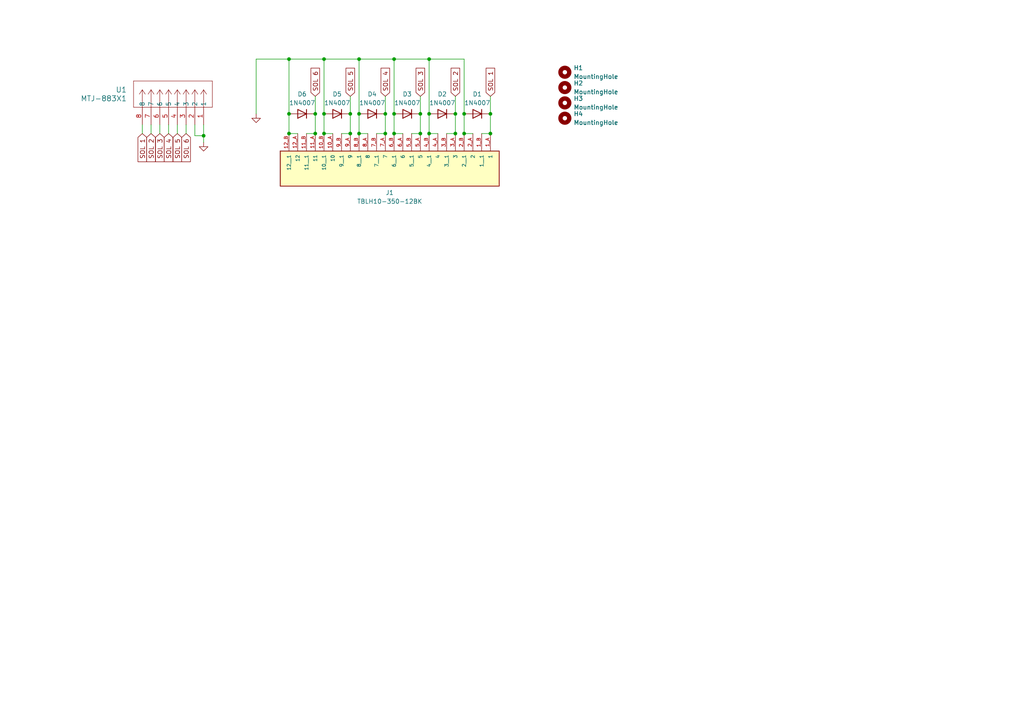
<source format=kicad_sch>
(kicad_sch (version 20230121) (generator eeschema)
  (paper "A4")
  (lib_symbols
    (symbol "Diode:1N4007" (pin_numbers hide) (pin_names hide)
      (property "Reference" "D" (at 0 2.54 0))
      (property "Value" "1N4007" (at 0 -2.54 0))
      (symbol "1N4007_0_1"
        (polyline (pts (xy -1.27 1.27) (xy -1.27 -1.27)) (stroke (width 0.254)))
        (polyline (pts (xy 1.27 0) (xy -1.27 0)))
        (polyline (pts (xy 1.27 1.27) (xy 1.27 -1.27) (xy -1.27 0) (xy 1.27 1.27)) (stroke (width 0.254)))
      )
      (symbol "1N4007_1_1"
        (pin passive line (at -3.81 0 0) (length 2.54) (name "K") (number "1"))
        (pin passive line (at 3.81 0 180) (length 2.54) (name "A") (number "2"))
      )
    )
    (symbol "MTJ_883X1:MTJ-883X1" (pin_names (offset 0.254))
      (property "Reference" "U" (at 8.89 6.35 0))
      (property "Value" "MTJ-883X1" (at 0 0 0))
      (symbol "MTJ-883X1_1_1"
        (polyline (pts (xy 5.08 -20.32) (xy 12.7 -20.32)) (stroke (width 0.127)))
        (polyline (pts (xy 5.08 2.54) (xy 5.08 -20.32)) (stroke (width 0.127)))
        (polyline (pts (xy 10.16 -17.78) (xy 5.08 -17.78)) (stroke (width 0.127)))
        (polyline (pts (xy 10.16 -17.78) (xy 8.89 -18.6267)) (stroke (width 0.127)))
        (polyline (pts (xy 10.16 -17.78) (xy 8.89 -16.9333)) (stroke (width 0.127)))
        (polyline (pts (xy 10.16 -15.24) (xy 5.08 -15.24)) (stroke (width 0.127)))
        (polyline (pts (xy 10.16 -15.24) (xy 8.89 -16.0867)) (stroke (width 0.127)))
        (polyline (pts (xy 10.16 -15.24) (xy 8.89 -14.3933)) (stroke (width 0.127)))
        (polyline (pts (xy 10.16 -12.7) (xy 5.08 -12.7)) (stroke (width 0.127)))
        (polyline (pts (xy 10.16 -12.7) (xy 8.89 -13.5467)) (stroke (width 0.127)))
        (polyline (pts (xy 10.16 -12.7) (xy 8.89 -11.8533)) (stroke (width 0.127)))
        (polyline (pts (xy 10.16 -10.16) (xy 5.08 -10.16)) (stroke (width 0.127)))
        (polyline (pts (xy 10.16 -10.16) (xy 8.89 -11.0067)) (stroke (width 0.127)))
        (polyline (pts (xy 10.16 -10.16) (xy 8.89 -9.3133)) (stroke (width 0.127)))
        (polyline (pts (xy 10.16 -7.62) (xy 5.08 -7.62)) (stroke (width 0.127)))
        (polyline (pts (xy 10.16 -7.62) (xy 8.89 -8.4667)) (stroke (width 0.127)))
        (polyline (pts (xy 10.16 -7.62) (xy 8.89 -6.7733)) (stroke (width 0.127)))
        (polyline (pts (xy 10.16 -5.08) (xy 5.08 -5.08)) (stroke (width 0.127)))
        (polyline (pts (xy 10.16 -5.08) (xy 8.89 -5.9267)) (stroke (width 0.127)))
        (polyline (pts (xy 10.16 -5.08) (xy 8.89 -4.2333)) (stroke (width 0.127)))
        (polyline (pts (xy 10.16 -2.54) (xy 5.08 -2.54)) (stroke (width 0.127)))
        (polyline (pts (xy 10.16 -2.54) (xy 8.89 -3.3867)) (stroke (width 0.127)))
        (polyline (pts (xy 10.16 -2.54) (xy 8.89 -1.6933)) (stroke (width 0.127)))
        (polyline (pts (xy 10.16 0) (xy 5.08 0)) (stroke (width 0.127)))
        (polyline (pts (xy 10.16 0) (xy 8.89 -0.8467)) (stroke (width 0.127)))
        (polyline (pts (xy 10.16 0) (xy 8.89 0.8467)) (stroke (width 0.127)))
        (polyline (pts (xy 12.7 -20.32) (xy 12.7 2.54)) (stroke (width 0.127)))
        (polyline (pts (xy 12.7 2.54) (xy 5.08 2.54)) (stroke (width 0.127)))
        (pin unspecified line (at 0 0 0) (length 5.08) (name "1") (number "1"))
        (pin unspecified line (at 0 -2.54 0) (length 5.08) (name "2") (number "2"))
        (pin unspecified line (at 0 -5.08 0) (length 5.08) (name "3") (number "3"))
        (pin unspecified line (at 0 -7.62 0) (length 5.08) (name "4") (number "4"))
        (pin unspecified line (at 0 -10.16 0) (length 5.08) (name "5") (number "5"))
        (pin unspecified line (at 0 -12.7 0) (length 5.08) (name "6") (number "6"))
        (pin unspecified line (at 0 -15.24 0) (length 5.08) (name "7") (number "7"))
        (pin unspecified line (at 0 -17.78 0) (length 5.08) (name "8") (number "8"))
      )
      (symbol "MTJ-883X1_1_2"
        (polyline (pts (xy 5.08 -20.32) (xy 12.7 -20.32)) (stroke (width 0.127)))
        (polyline (pts (xy 5.08 2.54) (xy 5.08 -20.32)) (stroke (width 0.127)))
        (polyline (pts (xy 7.62 -17.78) (xy 5.08 -17.78)) (stroke (width 0.127)))
        (polyline (pts (xy 7.62 -17.78) (xy 8.89 -18.6267)) (stroke (width 0.127)))
        (polyline (pts (xy 7.62 -17.78) (xy 8.89 -16.9333)) (stroke (width 0.127)))
        (polyline (pts (xy 7.62 -15.24) (xy 5.08 -15.24)) (stroke (width 0.127)))
        (polyline (pts (xy 7.62 -15.24) (xy 8.89 -16.0867)) (stroke (width 0.127)))
        (polyline (pts (xy 7.62 -15.24) (xy 8.89 -14.3933)) (stroke (width 0.127)))
        (polyline (pts (xy 7.62 -12.7) (xy 5.08 -12.7)) (stroke (width 0.127)))
        (polyline (pts (xy 7.62 -12.7) (xy 8.89 -13.5467)) (stroke (width 0.127)))
        (polyline (pts (xy 7.62 -12.7) (xy 8.89 -11.8533)) (stroke (width 0.127)))
        (polyline (pts (xy 7.62 -10.16) (xy 5.08 -10.16)) (stroke (width 0.127)))
        (polyline (pts (xy 7.62 -10.16) (xy 8.89 -11.0067)) (stroke (width 0.127)))
        (polyline (pts (xy 7.62 -10.16) (xy 8.89 -9.3133)) (stroke (width 0.127)))
        (polyline (pts (xy 7.62 -7.62) (xy 5.08 -7.62)) (stroke (width 0.127)))
        (polyline (pts (xy 7.62 -7.62) (xy 8.89 -8.4667)) (stroke (width 0.127)))
        (polyline (pts (xy 7.62 -7.62) (xy 8.89 -6.7733)) (stroke (width 0.127)))
        (polyline (pts (xy 7.62 -5.08) (xy 5.08 -5.08)) (stroke (width 0.127)))
        (polyline (pts (xy 7.62 -5.08) (xy 8.89 -5.9267)) (stroke (width 0.127)))
        (polyline (pts (xy 7.62 -5.08) (xy 8.89 -4.2333)) (stroke (width 0.127)))
        (polyline (pts (xy 7.62 -2.54) (xy 5.08 -2.54)) (stroke (width 0.127)))
        (polyline (pts (xy 7.62 -2.54) (xy 8.89 -3.3867)) (stroke (width 0.127)))
        (polyline (pts (xy 7.62 -2.54) (xy 8.89 -1.6933)) (stroke (width 0.127)))
        (polyline (pts (xy 7.62 0) (xy 5.08 0)) (stroke (width 0.127)))
        (polyline (pts (xy 7.62 0) (xy 8.89 -0.8467)) (stroke (width 0.127)))
        (polyline (pts (xy 7.62 0) (xy 8.89 0.8467)) (stroke (width 0.127)))
        (polyline (pts (xy 12.7 -20.32) (xy 12.7 2.54)) (stroke (width 0.127)))
        (polyline (pts (xy 12.7 2.54) (xy 5.08 2.54)) (stroke (width 0.127)))
        (pin unspecified line (at 0 0 0) (length 5.08) (name "1") (number "1"))
        (pin unspecified line (at 0 -2.54 0) (length 5.08) (name "2") (number "2"))
        (pin unspecified line (at 0 -5.08 0) (length 5.08) (name "3") (number "3"))
        (pin unspecified line (at 0 -7.62 0) (length 5.08) (name "4") (number "4"))
        (pin unspecified line (at 0 -10.16 0) (length 5.08) (name "5") (number "5"))
        (pin unspecified line (at 0 -12.7 0) (length 5.08) (name "6") (number "6"))
        (pin unspecified line (at 0 -15.24 0) (length 5.08) (name "7") (number "7"))
        (pin unspecified line (at 0 -17.78 0) (length 5.08) (name "8") (number "8"))
      )
    )
    (symbol "Mechanical:MountingHole" (pin_names (offset 1.016))
      (property "Reference" "H" (at 0 5.08 0))
      (property "Value" "MountingHole" (at 0 3.175 0))
      (symbol "MountingHole_0_1"
        (circle (center 0 0) (radius 1.27) (stroke (width 1.27)))
      )
    )
    (symbol "TBLH10_350_12BK:TBLH10-350-12BK" (pin_names (offset 1.016))
      (property "Reference" "J" (at -5.58 17.78 0))
      (property "Value" "TBLH10-350-12BK" (at -5.08 -48.26 0))
      (symbol "TBLH10-350-12BK_0_0"
        (rectangle (start -5.08 -45.72) (end 5.08 17.78) (stroke (width 0.254)) (fill (type background)))
        (pin passive line (at -10.16 -30.48 0) (length 5.08) (name "10") (number "10_A"))
        (pin passive line (at -10.16 -33.02 0) (length 5.08) (name "10__1") (number "10_B"))
        (pin passive line (at -10.16 -35.56 0) (length 5.08) (name "11") (number "11_A"))
        (pin passive line (at -10.16 -38.1 0) (length 5.08) (name "11__1") (number "11_B"))
        (pin passive line (at -10.16 -40.64 0) (length 5.08) (name "12") (number "12_A"))
        (pin passive line (at -10.16 -43.18 0) (length 5.08) (name "12__1") (number "12_B"))
        (pin passive line (at -10.16 15.24 0) (length 5.08) (name "1") (number "1_A"))
        (pin passive line (at -10.16 12.7 0) (length 5.08) (name "1__1") (number "1_B"))
        (pin passive line (at -10.16 10.16 0) (length 5.08) (name "2") (number "2_A"))
        (pin passive line (at -10.16 7.62 0) (length 5.08) (name "2__1") (number "2_B"))
        (pin passive line (at -10.16 5.08 0) (length 5.08) (name "3") (number "3_A"))
        (pin passive line (at -10.16 2.54 0) (length 5.08) (name "3__1") (number "3_B"))
        (pin passive line (at -10.16 0 0) (length 5.08) (name "4") (number "4_A"))
        (pin passive line (at -10.16 -2.54 0) (length 5.08) (name "4__1") (number "4_B"))
        (pin passive line (at -10.16 -5.08 0) (length 5.08) (name "5") (number "5_A"))
        (pin passive line (at -10.16 -7.62 0) (length 5.08) (name "5__1") (number "5_B"))
        (pin passive line (at -10.16 -10.16 0) (length 5.08) (name "6") (number "6_A"))
        (pin passive line (at -10.16 -12.7 0) (length 5.08) (name "6__1") (number "6_B"))
        (pin passive line (at -10.16 -15.24 0) (length 5.08) (name "7") (number "7_A"))
        (pin passive line (at -10.16 -17.78 0) (length 5.08) (name "7__1") (number "7_B"))
        (pin passive line (at -10.16 -20.32 0) (length 5.08) (name "8") (number "8_A"))
        (pin passive line (at -10.16 -22.86 0) (length 5.08) (name "8__1") (number "8_B"))
        (pin passive line (at -10.16 -25.4 0) (length 5.08) (name "9") (number "9_A"))
        (pin passive line (at -10.16 -27.94 0) (length 5.08) (name "9__1") (number "9_B"))
      )
    )
    (symbol "power:GND" (power) (pin_names (offset 0))
      (property "Value" "GND" (at 0 -3.81 0))
      (symbol "GND_0_1"
        (polyline (pts (xy 0 0) (xy 0 -1.27) (xy 1.27 -1.27) (xy 0 -2.54) (xy -1.27 -1.27) (xy 0 -1.27)))
      )
      (symbol "GND_1_1"
        (pin power_in line (at 0 0 270) (length 0) hide (name "GND") (number "1"))
      )
    )
  )
  (junction (at 142.24 33.02))
  (junction (at 132.08 33.02))
  (junction (at 132.08 38.735))
  (junction (at 134.62 38.735))
  (junction (at 114.3 38.735))
  (junction (at 111.76 38.735))
  (junction (at 104.14 38.735))
  (junction (at 91.44 33.02))
  (junction (at 124.46 17.145))
  (junction (at 93.98 17.145))
  (junction (at 104.14 33.02))
  (junction (at 83.82 38.735))
  (junction (at 101.6 38.735))
  (junction (at 93.98 33.02))
  (junction (at 111.76 33.02))
  (junction (at 104.14 17.145))
  (junction (at 142.24 38.735))
  (junction (at 59.055 39.37))
  (junction (at 83.82 17.145))
  (junction (at 101.6 33.02))
  (junction (at 83.82 33.02))
  (junction (at 121.92 33.02))
  (junction (at 124.46 33.02))
  (junction (at 114.3 17.145))
  (junction (at 121.92 38.735))
  (junction (at 114.3 33.02))
  (junction (at 91.44 38.735))
  (junction (at 134.62 33.02))
  (junction (at 124.46 38.735))
  (junction (at 93.98 38.735))
  (wire (pts (xy 56.515 39.37) (xy 59.055 39.37)))
  (wire (pts (xy 104.14 33.02) (xy 104.14 38.735)))
  (wire (pts (xy 132.08 38.735) (xy 129.54 38.735)))
  (wire (pts (xy 83.82 17.145) (xy 93.98 17.145)))
  (wire (pts (xy 48.895 38.735) (xy 48.895 36.195)))
  (wire (pts (xy 53.975 38.735) (xy 53.975 36.195)))
  (wire (pts (xy 101.6 33.02) (xy 101.6 38.735)))
  (wire (pts (xy 83.82 33.02) (xy 83.82 38.735)))
  (wire (pts (xy 91.44 38.735) (xy 88.9 38.735)))
  (wire (pts (xy 121.92 27.94) (xy 121.92 33.02)))
  (wire (pts (xy 134.62 17.145) (xy 134.62 33.02)))
  (wire (pts (xy 111.76 38.735) (xy 109.22 38.735)))
  (wire (pts (xy 104.14 38.735) (xy 106.68 38.735)))
  (wire (pts (xy 83.82 17.145) (xy 83.82 33.02)))
  (wire (pts (xy 124.46 17.145) (xy 124.46 33.02)))
  (wire (pts (xy 114.3 17.145) (xy 114.3 33.02)))
  (wire (pts (xy 124.46 17.145) (xy 134.62 17.145)))
  (wire (pts (xy 111.76 27.94) (xy 111.76 33.02)))
  (wire (pts (xy 137.16 38.735) (xy 134.62 38.735)))
  (wire (pts (xy 74.295 17.145) (xy 83.82 17.145)))
  (wire (pts (xy 142.24 27.94) (xy 142.24 33.02)))
  (wire (pts (xy 41.275 38.735) (xy 41.275 36.195)))
  (wire (pts (xy 124.46 33.02) (xy 124.46 38.735)))
  (wire (pts (xy 111.76 33.02) (xy 111.76 38.735)))
  (wire (pts (xy 59.055 36.195) (xy 59.055 39.37)))
  (wire (pts (xy 121.92 33.02) (xy 121.92 38.735)))
  (wire (pts (xy 74.295 33.02) (xy 74.295 17.145)))
  (wire (pts (xy 93.98 17.145) (xy 104.14 17.145)))
  (wire (pts (xy 114.3 17.145) (xy 124.46 17.145)))
  (wire (pts (xy 51.435 38.735) (xy 51.435 36.195)))
  (wire (pts (xy 116.84 38.735) (xy 114.3 38.735)))
  (wire (pts (xy 114.3 33.02) (xy 114.3 38.735)))
  (wire (pts (xy 56.515 36.195) (xy 56.515 39.37)))
  (wire (pts (xy 91.44 27.94) (xy 91.44 33.02)))
  (wire (pts (xy 132.08 27.94) (xy 132.08 33.02)))
  (wire (pts (xy 134.62 33.02) (xy 134.62 38.735)))
  (wire (pts (xy 46.355 38.735) (xy 46.355 36.195)))
  (wire (pts (xy 93.98 33.02) (xy 93.98 38.735)))
  (wire (pts (xy 43.815 38.735) (xy 43.815 36.195)))
  (wire (pts (xy 132.08 33.02) (xy 132.08 38.735)))
  (wire (pts (xy 104.14 17.145) (xy 114.3 17.145)))
  (wire (pts (xy 121.92 38.735) (xy 119.38 38.735)))
  (wire (pts (xy 142.24 33.02) (xy 142.24 38.735)))
  (wire (pts (xy 91.44 33.02) (xy 91.44 38.735)))
  (wire (pts (xy 101.6 38.735) (xy 99.06 38.735)))
  (wire (pts (xy 104.14 17.145) (xy 104.14 33.02)))
  (wire (pts (xy 59.055 41.275) (xy 59.055 39.37)))
  (wire (pts (xy 96.52 38.735) (xy 93.98 38.735)))
  (wire (pts (xy 127 38.735) (xy 124.46 38.735)))
  (wire (pts (xy 101.6 27.94) (xy 101.6 33.02)))
  (wire (pts (xy 93.98 17.145) (xy 93.98 33.02)))
  (wire (pts (xy 86.36 38.735) (xy 83.82 38.735)))
  (wire (pts (xy 142.24 38.735) (xy 139.7 38.735)))
  (global_label "SOL 5" (shape input) (at 101.6 27.94 90) (property "Intersheetrefs" "${INTERSHEET_REFS}" (effects hide)))
  (global_label "SOL 3" (shape input) (at 46.355 38.735 270) (property "Intersheetrefs" "${INTERSHEET_REFS}" (effects hide)))
  (global_label "SOL 3" (shape input) (at 121.92 27.94 90) (property "Intersheetrefs" "${INTERSHEET_REFS}" (effects hide)))
  (global_label "SOL 4" (shape input) (at 111.76 27.94 90) (property "Intersheetrefs" "${INTERSHEET_REFS}" (effects hide)))
  (global_label "SOL 6" (shape input) (at 53.975 38.735 270) (property "Intersheetrefs" "${INTERSHEET_REFS}" (effects hide)))
  (global_label "SOL 4" (shape input) (at 48.895 38.735 270) (property "Intersheetrefs" "${INTERSHEET_REFS}" (effects hide)))
  (global_label "SOL 2" (shape input) (at 43.815 38.735 270) (property "Intersheetrefs" "${INTERSHEET_REFS}" (effects hide)))
  (global_label "SOL 1" (shape input) (at 142.24 27.94 90) (property "Intersheetrefs" "${INTERSHEET_REFS}" (effects hide)))
  (global_label "SOL 5" (shape input) (at 51.435 38.735 270) (property "Intersheetrefs" "${INTERSHEET_REFS}" (effects hide)))
  (global_label "SOL 6" (shape input) (at 91.44 27.94 90) (property "Intersheetrefs" "${INTERSHEET_REFS}" (effects hide)))
  (global_label "SOL 1" (shape input) (at 41.275 38.735 270) (property "Intersheetrefs" "${INTERSHEET_REFS}" (effects hide)))
  (global_label "SOL 2" (shape input) (at 132.08 27.94 90) (property "Intersheetrefs" "${INTERSHEET_REFS}" (effects hide)))
  (symbol (lib_id "Diode:1N4007") (at 118.11 33.02 180) (unit 1)
    (property "Reference" "D3" (at 118.11 27.305 0))
    (property "Value" "1N4007" (at 118.11 29.845 0))
    (property "Footprint" "Diode_THT:D_DO-41_SOD81_P2.54mm_Vertical_AnodeUp" (effects hide))
    (property "Datasheet" "http://www.vishay.com/docs/88503/1n4001.pdf" (effects hide))
    (property "Sim.Device" "D" (effects hide))
    (property "Sim.Pins" "1=K 2=A" (effects hide))
  )
  (symbol (lib_id "MTJ_883X1:MTJ-883X1") (at 59.055 36.195 270) (mirror x) (unit 1)
    (property "Reference" "U1" (at 36.83 26.035 90) (effects (font (size 1.524 1.524)) (justify right)))
    (property "Value" "MTJ-883X1" (at 36.83 28.575 90) (effects (font (size 1.524 1.524)) (justify right)))
    (property "Footprint" "MTJ_883X1:CONN_MTJ-883X1_ADM" (effects hide))
    (property "Datasheet" "MTJ-883X1" (effects hide))
  )
  (symbol (lib_id "power:GND") (at 59.055 41.275 0) (unit 1)
    (property "Reference" "#PWR01" (effects hide))
    (property "Value" "GND" (effects hide))
  )
  (symbol (lib_id "Diode:1N4007") (at 107.95 33.02 180) (unit 1)
    (property "Reference" "D4" (at 107.95 27.305 0))
    (property "Value" "1N4007" (at 107.95 29.845 0))
    (property "Footprint" "Diode_THT:D_DO-41_SOD81_P2.54mm_Vertical_AnodeUp" (effects hide))
    (property "Datasheet" "http://www.vishay.com/docs/88503/1n4001.pdf" (effects hide))
    (property "Sim.Device" "D" (effects hide))
    (property "Sim.Pins" "1=K 2=A" (effects hide))
  )
  (symbol (lib_id "Diode:1N4007") (at 128.27 33.02 180) (unit 1)
    (property "Reference" "D2" (at 128.27 27.305 0))
    (property "Value" "1N4007" (at 128.27 29.845 0))
    (property "Footprint" "Diode_THT:D_DO-41_SOD81_P2.54mm_Vertical_AnodeUp" (effects hide))
    (property "Datasheet" "http://www.vishay.com/docs/88503/1n4001.pdf" (effects hide))
    (property "Sim.Device" "D" (effects hide))
    (property "Sim.Pins" "1=K 2=A" (effects hide))
  )
  (symbol (lib_id "Mechanical:MountingHole") (at 163.83 29.845 0) (unit 1)
    (property "Reference" "H3" (at 166.37 28.575 0) (effects (justify left)))
    (property "Value" "MountingHole" (at 166.37 31.115 0) (effects (justify left)))
    (property "Footprint" "MountingHole:MountingHole_3.2mm_M3" (effects hide))
  )
  (symbol (lib_id "Diode:1N4007") (at 138.43 33.02 180) (unit 1)
    (property "Reference" "D1" (at 138.43 27.305 0))
    (property "Value" "1N4007" (at 138.43 29.845 0))
    (property "Footprint" "Diode_THT:D_DO-41_SOD81_P2.54mm_Vertical_AnodeUp" (effects hide))
    (property "Datasheet" "http://www.vishay.com/docs/88503/1n4001.pdf" (effects hide))
    (property "Sim.Device" "D" (effects hide))
    (property "Sim.Pins" "1=K 2=A" (effects hide))
  )
  (symbol (lib_id "Diode:1N4007") (at 87.63 33.02 180) (unit 1)
    (property "Reference" "D6" (at 87.63 27.305 0))
    (property "Value" "1N4007" (at 87.63 29.845 0))
    (property "Footprint" "Diode_THT:D_DO-41_SOD81_P2.54mm_Vertical_AnodeUp" (effects hide))
    (property "Datasheet" "http://www.vishay.com/docs/88503/1n4001.pdf" (effects hide))
    (property "Sim.Device" "D" (effects hide))
    (property "Sim.Pins" "1=K 2=A" (effects hide))
  )
  (symbol (lib_id "Mechanical:MountingHole") (at 163.83 25.4 0) (unit 1)
    (property "Reference" "H2" (at 166.37 24.13 0) (effects (justify left)))
    (property "Value" "MountingHole" (at 166.37 26.67 0) (effects (justify left)))
    (property "Footprint" "MountingHole:MountingHole_3.2mm_M3" (effects hide))
  )
  (symbol (lib_id "TBLH10_350_12BK:TBLH10-350-12BK") (at 127 48.895 270) (unit 1)
    (property "Reference" "J1" (at 113.03 55.88 90))
    (property "Value" "TBLH10-350-12BK" (at 113.03 58.42 90))
    (property "Footprint" "TBLH10_350_12BK:CUI_TBLH10-350-12BK" (effects hide))
    (property "STANDARD" "Manufacturer Recommendations" (effects hide))
    (property "MANUFACTURER" "CUI" (effects hide))
  )
  (symbol (lib_id "Mechanical:MountingHole") (at 163.83 20.955 0) (unit 1)
    (property "Reference" "H1" (at 166.37 19.685 0) (effects (justify left)))
    (property "Value" "MountingHole" (at 166.37 22.225 0) (effects (justify left)))
    (property "Footprint" "MountingHole:MountingHole_3.2mm_M3" (effects hide))
  )
  (symbol (lib_id "Diode:1N4007") (at 97.79 33.02 180) (unit 1)
    (property "Reference" "D5" (at 97.79 27.305 0))
    (property "Value" "1N4007" (at 97.79 29.845 0))
    (property "Footprint" "Diode_THT:D_DO-41_SOD81_P2.54mm_Vertical_AnodeUp" (effects hide))
    (property "Datasheet" "http://www.vishay.com/docs/88503/1n4001.pdf" (effects hide))
    (property "Sim.Device" "D" (effects hide))
    (property "Sim.Pins" "1=K 2=A" (effects hide))
  )
  (symbol (lib_id "power:GND") (at 74.295 33.02 0) (mirror y) (unit 1)
    (property "Reference" "#PWR02" (effects hide))
    (property "Value" "GND" (effects hide))
  )
  (symbol (lib_id "Mechanical:MountingHole") (at 163.83 34.29 0) (unit 1)
    (property "Reference" "H4" (at 166.37 33.02 0) (effects (justify left)))
    (property "Value" "MountingHole" (at 166.37 35.56 0) (effects (justify left)))
    (property "Footprint" "MountingHole:MountingHole_3.2mm_M3" (effects hide))
  )
)
</source>
